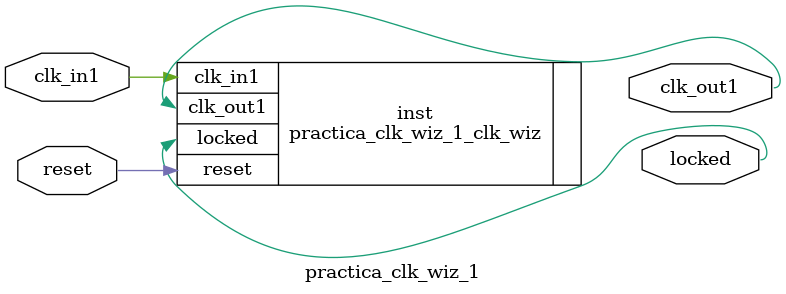
<source format=v>


`timescale 1ps/1ps

(* CORE_GENERATION_INFO = "practica_clk_wiz_1,clk_wiz_v6_0_2_0_0,{component_name=practica_clk_wiz_1,use_phase_alignment=true,use_min_o_jitter=false,use_max_i_jitter=false,use_dyn_phase_shift=false,use_inclk_switchover=false,use_dyn_reconfig=false,enable_axi=0,feedback_source=FDBK_AUTO,PRIMITIVE=MMCM,num_out_clk=1,clkin1_period=8.000,clkin2_period=10.000,use_power_down=false,use_reset=true,use_locked=true,use_inclk_stopped=false,feedback_type=SINGLE,CLOCK_MGR_TYPE=NA,manual_override=false}" *)

module practica_clk_wiz_1 
 (
  // Clock out ports
  output        clk_out1,
  // Status and control signals
  input         reset,
  output        locked,
 // Clock in ports
  input         clk_in1
 );

  practica_clk_wiz_1_clk_wiz inst
  (
  // Clock out ports  
  .clk_out1(clk_out1),
  // Status and control signals               
  .reset(reset), 
  .locked(locked),
 // Clock in ports
  .clk_in1(clk_in1)
  );

endmodule

</source>
